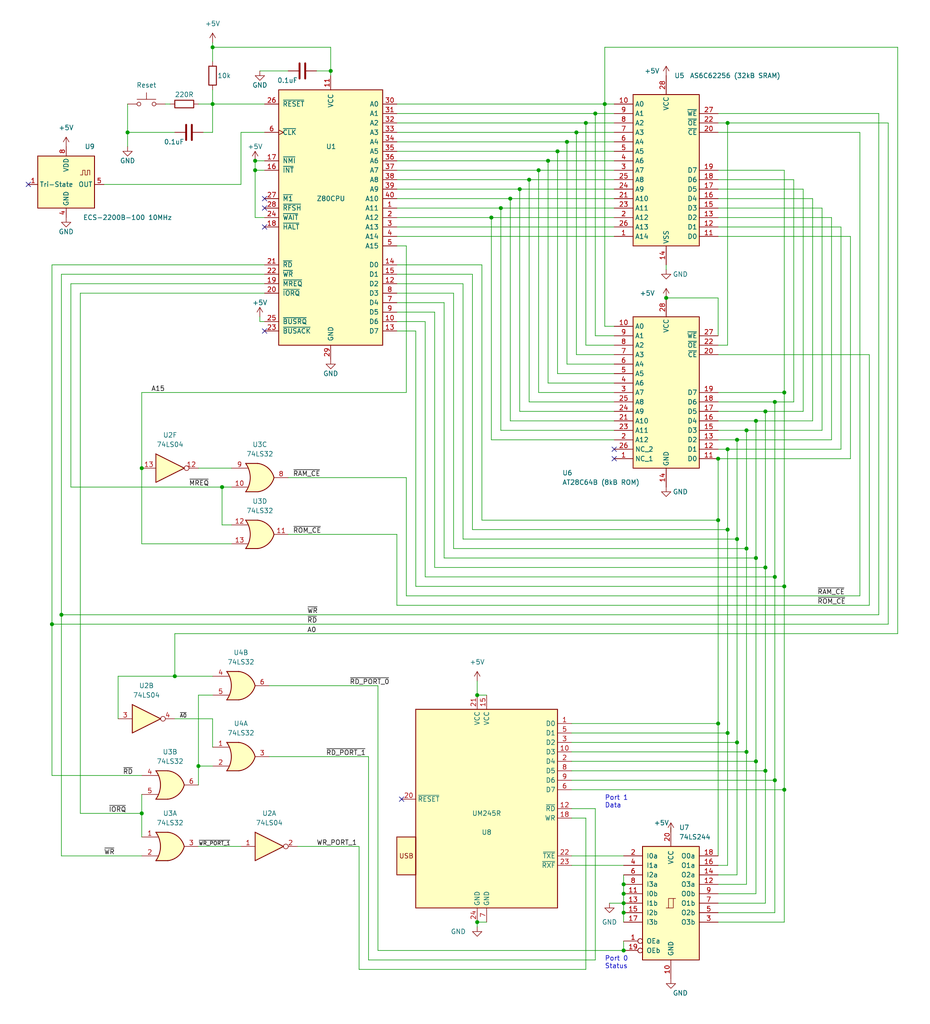
<source format=kicad_sch>
(kicad_sch (version 20230121) (generator eeschema)
  (paper "User" 250.012 275.006)
  (lib_symbols
    (symbol "+5V_1" (power) (pin_numbers hide) (pin_names (offset 0) hide)
      (property "Value" "+5V_1" (at 0 3.556 0))
      (symbol "+5V_1_0_1"
        (polyline (pts (xy -0.762 1.27) (xy 0 2.54)))
        (polyline (pts (xy 0 0) (xy 0 2.54)))
        (polyline (pts (xy 0 2.54) (xy 0.762 1.27)))
      )
      (symbol "+5V_1_1_1"
        (pin power_in line (at 0 0 90) (length 0) hide (name "+5V") (number "1"))
      )
    )
    (symbol "74xx:74LS04"
      (property "Reference" "U" (at 0 1.27 0))
      (property "Value" "74LS04" (at 0 -1.27 0))
      (symbol "74LS04_1_0"
        (polyline (pts (xy -3.81 3.81) (xy -3.81 -3.81) (xy 3.81 0) (xy -3.81 3.81)) (stroke (width 0.254)) (fill (type background)))
        (pin input line (at -7.62 0 0) (length 3.81) (name "~") (number "1"))
        (pin output inverted (at 7.62 0 180) (length 3.81) (name "~") (number "2"))
      )
      (symbol "74LS04_2_0"
        (polyline (pts (xy -3.81 3.81) (xy -3.81 -3.81) (xy 3.81 0) (xy -3.81 3.81)) (stroke (width 0.254)) (fill (type background)))
        (pin input line (at -7.62 0 0) (length 3.81) (name "~") (number "3"))
        (pin output inverted (at 7.62 0 180) (length 3.81) (name "~") (number "4"))
      )
      (symbol "74LS04_3_0"
        (polyline (pts (xy -3.81 3.81) (xy -3.81 -3.81) (xy 3.81 0) (xy -3.81 3.81)) (stroke (width 0.254)) (fill (type background)))
        (pin input line (at -7.62 0 0) (length 3.81) (name "~") (number "5"))
        (pin output inverted (at 7.62 0 180) (length 3.81) (name "~") (number "6"))
      )
      (symbol "74LS04_4_0"
        (polyline (pts (xy -3.81 3.81) (xy -3.81 -3.81) (xy 3.81 0) (xy -3.81 3.81)) (stroke (width 0.254)) (fill (type background)))
        (pin output inverted (at 7.62 0 180) (length 3.81) (name "~") (number "8"))
        (pin input line (at -7.62 0 0) (length 3.81) (name "~") (number "9"))
      )
      (symbol "74LS04_5_0"
        (polyline (pts (xy -3.81 3.81) (xy -3.81 -3.81) (xy 3.81 0) (xy -3.81 3.81)) (stroke (width 0.254)) (fill (type background)))
        (pin output inverted (at 7.62 0 180) (length 3.81) (name "~") (number "10"))
        (pin input line (at -7.62 0 0) (length 3.81) (name "~") (number "11"))
      )
      (symbol "74LS04_6_0"
        (polyline (pts (xy -3.81 3.81) (xy -3.81 -3.81) (xy 3.81 0) (xy -3.81 3.81)) (stroke (width 0.254)) (fill (type background)))
        (pin output inverted (at 7.62 0 180) (length 3.81) (name "~") (number "12"))
        (pin input line (at -7.62 0 0) (length 3.81) (name "~") (number "13"))
      )
      (symbol "74LS04_7_0"
        (pin power_in line (at 0 12.7 270) (length 5.08) (name "VCC") (number "14"))
        (pin power_in line (at 0 -12.7 90) (length 5.08) (name "GND") (number "7"))
      )
      (symbol "74LS04_7_1"
        (rectangle (start -5.08 7.62) (end 5.08 -7.62) (stroke (width 0.254)) (fill (type background)))
      )
    )
    (symbol "74xx:74LS244" (pin_names (offset 1.016))
      (property "Reference" "U" (at -7.62 16.51 0))
      (property "Value" "74LS244" (at -7.62 -16.51 0))
      (symbol "74LS244_1_0"
        (polyline (pts (xy -0.635 -1.27) (xy -0.635 1.27) (xy 0.635 1.27)))
        (polyline (pts (xy -1.27 -1.27) (xy 0.635 -1.27) (xy 0.635 1.27) (xy 1.27 1.27)))
        (pin input inverted (at -12.7 -10.16 0) (length 5.08) (name "OEa") (number "1"))
        (pin power_in line (at 0 -20.32 90) (length 5.08) (name "GND") (number "10"))
        (pin input line (at -12.7 2.54 0) (length 5.08) (name "I0b") (number "11"))
        (pin tri_state line (at 12.7 5.08 180) (length 5.08) (name "O3a") (number "12"))
        (pin input line (at -12.7 0 0) (length 5.08) (name "I1b") (number "13"))
        (pin tri_state line (at 12.7 7.62 180) (length 5.08) (name "O2a") (number "14"))
        (pin input line (at -12.7 -2.54 0) (length 5.08) (name "I2b") (number "15"))
        (pin tri_state line (at 12.7 10.16 180) (length 5.08) (name "O1a") (number "16"))
        (pin input line (at -12.7 -5.08 0) (length 5.08) (name "I3b") (number "17"))
        (pin tri_state line (at 12.7 12.7 180) (length 5.08) (name "O0a") (number "18"))
        (pin input inverted (at -12.7 -12.7 0) (length 5.08) (name "OEb") (number "19"))
        (pin input line (at -12.7 12.7 0) (length 5.08) (name "I0a") (number "2"))
        (pin power_in line (at 0 20.32 270) (length 5.08) (name "VCC") (number "20"))
        (pin tri_state line (at 12.7 -5.08 180) (length 5.08) (name "O3b") (number "3"))
        (pin input line (at -12.7 10.16 0) (length 5.08) (name "I1a") (number "4"))
        (pin tri_state line (at 12.7 -2.54 180) (length 5.08) (name "O2b") (number "5"))
        (pin input line (at -12.7 7.62 0) (length 5.08) (name "I2a") (number "6"))
        (pin tri_state line (at 12.7 0 180) (length 5.08) (name "O1b") (number "7"))
        (pin input line (at -12.7 5.08 0) (length 5.08) (name "I3a") (number "8"))
        (pin tri_state line (at 12.7 2.54 180) (length 5.08) (name "O0b") (number "9"))
      )
      (symbol "74LS244_1_1"
        (rectangle (start -7.62 15.24) (end 7.62 -15.24) (stroke (width 0.254)) (fill (type background)))
      )
    )
    (symbol "74xx:74LS32" (pin_names (offset 1.016))
      (property "Reference" "U" (at 0 1.27 0))
      (property "Value" "74LS32" (at 0 -1.27 0))
      (symbol "74LS32_1_1"
        (arc (start -3.81 -3.81) (mid -2.589 0) (end -3.81 3.81) (stroke (width 0.254)))
        (arc (start -0.6096 -3.81) (mid 2.1842 -2.5851) (end 3.81 0) (stroke (width 0.254)) (fill (type background)))
        (polyline (pts (xy -3.81 -3.81) (xy -0.635 -3.81)) (stroke (width 0.254)) (fill (type background)))
        (polyline (pts (xy -3.81 3.81) (xy -0.635 3.81)) (stroke (width 0.254)) (fill (type background)))
        (polyline (pts (xy -0.635 3.81) (xy -3.81 3.81) (xy -3.81 3.81) (xy -3.556 3.4036) (xy -3.0226 2.2606) (xy -2.6924 1.0414) (xy -2.6162 -0.254) (xy -2.7686 -1.4986) (xy -3.175 -2.7178) (xy -3.81 -3.81) (xy -3.81 -3.81) (xy -0.635 -3.81)) (stroke (width -25.4)) (fill (type background)))
        (arc (start 3.81 0) (mid 2.1915 2.5936) (end -0.6096 3.81) (stroke (width 0.254)) (fill (type background)))
        (pin input line (at -7.62 2.54 0) (length 4.318) (name "~") (number "1"))
        (pin input line (at -7.62 -2.54 0) (length 4.318) (name "~") (number "2"))
        (pin output line (at 7.62 0 180) (length 3.81) (name "~") (number "3"))
      )
      (symbol "74LS32_1_2"
        (arc (start 0 -3.81) (mid 3.7934 0) (end 0 3.81) (stroke (width 0.254)) (fill (type background)))
        (polyline (pts (xy 0 3.81) (xy -3.81 3.81) (xy -3.81 -3.81) (xy 0 -3.81)) (stroke (width 0.254)) (fill (type background)))
        (pin input inverted (at -7.62 2.54 0) (length 3.81) (name "~") (number "1"))
        (pin input inverted (at -7.62 -2.54 0) (length 3.81) (name "~") (number "2"))
        (pin output inverted (at 7.62 0 180) (length 3.81) (name "~") (number "3"))
      )
      (symbol "74LS32_2_1"
        (arc (start -3.81 -3.81) (mid -2.589 0) (end -3.81 3.81) (stroke (width 0.254)))
        (arc (start -0.6096 -3.81) (mid 2.1842 -2.5851) (end 3.81 0) (stroke (width 0.254)) (fill (type background)))
        (polyline (pts (xy -3.81 -3.81) (xy -0.635 -3.81)) (stroke (width 0.254)) (fill (type background)))
        (polyline (pts (xy -3.81 3.81) (xy -0.635 3.81)) (stroke (width 0.254)) (fill (type background)))
        (polyline (pts (xy -0.635 3.81) (xy -3.81 3.81) (xy -3.81 3.81) (xy -3.556 3.4036) (xy -3.0226 2.2606) (xy -2.6924 1.0414) (xy -2.6162 -0.254) (xy -2.7686 -1.4986) (xy -3.175 -2.7178) (xy -3.81 -3.81) (xy -3.81 -3.81) (xy -0.635 -3.81)) (stroke (width -25.4)) (fill (type background)))
        (arc (start 3.81 0) (mid 2.1915 2.5936) (end -0.6096 3.81) (stroke (width 0.254)) (fill (type background)))
        (pin input line (at -7.62 2.54 0) (length 4.318) (name "~") (number "4"))
        (pin input line (at -7.62 -2.54 0) (length 4.318) (name "~") (number "5"))
        (pin output line (at 7.62 0 180) (length 3.81) (name "~") (number "6"))
      )
      (symbol "74LS32_2_2"
        (arc (start 0 -3.81) (mid 3.7934 0) (end 0 3.81) (stroke (width 0.254)) (fill (type background)))
        (polyline (pts (xy 0 3.81) (xy -3.81 3.81) (xy -3.81 -3.81) (xy 0 -3.81)) (stroke (width 0.254)) (fill (type background)))
        (pin input inverted (at -7.62 2.54 0) (length 3.81) (name "~") (number "4"))
        (pin input inverted (at -7.62 -2.54 0) (length 3.81) (name "~") (number "5"))
        (pin output inverted (at 7.62 0 180) (length 3.81) (name "~") (number "6"))
      )
      (symbol "74LS32_3_1"
        (arc (start -3.81 -3.81) (mid -2.589 0) (end -3.81 3.81) (stroke (width 0.254)))
        (arc (start -0.6096 -3.81) (mid 2.1842 -2.5851) (end 3.81 0) (stroke (width 0.254)) (fill (type background)))
        (polyline (pts (xy -3.81 -3.81) (xy -0.635 -3.81)) (stroke (width 0.254)) (fill (type background)))
        (polyline (pts (xy -3.81 3.81) (xy -0.635 3.81)) (stroke (width 0.254)) (fill (type background)))
        (polyline (pts (xy -0.635 3.81) (xy -3.81 3.81) (xy -3.81 3.81) (xy -3.556 3.4036) (xy -3.0226 2.2606) (xy -2.6924 1.0414) (xy -2.6162 -0.254) (xy -2.7686 -1.4986) (xy -3.175 -2.7178) (xy -3.81 -3.81) (xy -3.81 -3.81) (xy -0.635 -3.81)) (stroke (width -25.4)) (fill (type background)))
        (arc (start 3.81 0) (mid 2.1915 2.5936) (end -0.6096 3.81) (stroke (width 0.254)) (fill (type background)))
        (pin input line (at -7.62 -2.54 0) (length 4.318) (name "~") (number "10"))
        (pin output line (at 7.62 0 180) (length 3.81) (name "~") (number "8"))
        (pin input line (at -7.62 2.54 0) (length 4.318) (name "~") (number "9"))
      )
      (symbol "74LS32_3_2"
        (arc (start 0 -3.81) (mid 3.7934 0) (end 0 3.81) (stroke (width 0.254)) (fill (type background)))
        (polyline (pts (xy 0 3.81) (xy -3.81 3.81) (xy -3.81 -3.81) (xy 0 -3.81)) (stroke (width 0.254)) (fill (type background)))
        (pin input inverted (at -7.62 -2.54 0) (length 3.81) (name "~") (number "10"))
        (pin output inverted (at 7.62 0 180) (length 3.81) (name "~") (number "8"))
        (pin input inverted (at -7.62 2.54 0) (length 3.81) (name "~") (number "9"))
      )
      (symbol "74LS32_4_1"
        (arc (start -3.81 -3.81) (mid -2.589 0) (end -3.81 3.81) (stroke (width 0.254)))
        (arc (start -0.6096 -3.81) (mid 2.1842 -2.5851) (end 3.81 0) (stroke (width 0.254)) (fill (type background)))
        (polyline (pts (xy -3.81 -3.81) (xy -0.635 -3.81)) (stroke (width 0.254)) (fill (type background)))
        (polyline (pts (xy -3.81 3.81) (xy -0.635 3.81)) (stroke (width 0.254)) (fill (type background)))
        (polyline (pts (xy -0.635 3.81) (xy -3.81 3.81) (xy -3.81 3.81) (xy -3.556 3.4036) (xy -3.0226 2.2606) (xy -2.6924 1.0414) (xy -2.6162 -0.254) (xy -2.7686 -1.4986) (xy -3.175 -2.7178) (xy -3.81 -3.81) (xy -3.81 -3.81) (xy -0.635 -3.81)) (stroke (width -25.4)) (fill (type background)))
        (arc (start 3.81 0) (mid 2.1915 2.5936) (end -0.6096 3.81) (stroke (width 0.254)) (fill (type background)))
        (pin output line (at 7.62 0 180) (length 3.81) (name "~") (number "11"))
        (pin input line (at -7.62 2.54 0) (length 4.318) (name "~") (number "12"))
        (pin input line (at -7.62 -2.54 0) (length 4.318) (name "~") (number "13"))
      )
      (symbol "74LS32_4_2"
        (arc (start 0 -3.81) (mid 3.7934 0) (end 0 3.81) (stroke (width 0.254)) (fill (type background)))
        (polyline (pts (xy 0 3.81) (xy -3.81 3.81) (xy -3.81 -3.81) (xy 0 -3.81)) (stroke (width 0.254)) (fill (type background)))
        (pin output inverted (at 7.62 0 180) (length 3.81) (name "~") (number "11"))
        (pin input inverted (at -7.62 2.54 0) (length 3.81) (name "~") (number "12"))
        (pin input inverted (at -7.62 -2.54 0) (length 3.81) (name "~") (number "13"))
      )
      (symbol "74LS32_5_0"
        (pin power_in line (at 0 12.7 270) (length 5.08) (name "VCC") (number "14"))
        (pin power_in line (at 0 -12.7 90) (length 5.08) (name "GND") (number "7"))
      )
      (symbol "74LS32_5_1"
        (rectangle (start -5.08 7.62) (end 5.08 -7.62) (stroke (width 0.254)) (fill (type background)))
      )
    )
    (symbol "AS6C62256:AS6C62256-55PCN"
      (property "Reference" "U" (at 19.05 7.62 0))
      (property "Value" "AS6C62256 (32kB SRAM)" (at 19.05 5.08 0))
      (symbol "AS6C62256-55PCN_1_1"
        (rectangle (start 5.08 2.54) (end 22.86 -38.1) (stroke (width 0.254)) (fill (type background)))
        (pin input line (at 0 -35.56 0) (length 5.08) (name "A14") (number "1"))
        (pin input line (at 0 0 0) (length 5.08) (name "A0") (number "10"))
        (pin bidirectional line (at 27.94 -35.56 180) (length 5.08) (name "D0") (number "11"))
        (pin bidirectional line (at 27.94 -33.02 180) (length 5.08) (name "D1") (number "12"))
        (pin bidirectional line (at 27.94 -30.48 180) (length 5.08) (name "D2") (number "13"))
        (pin power_in line (at 13.97 -43.18 90) (length 5.08) (name "VSS") (number "14"))
        (pin bidirectional line (at 27.94 -27.94 180) (length 5.08) (name "D3") (number "15"))
        (pin bidirectional line (at 27.94 -25.4 180) (length 5.08) (name "D4") (number "16"))
        (pin bidirectional line (at 27.94 -22.86 180) (length 5.08) (name "D5") (number "17"))
        (pin bidirectional line (at 27.94 -20.32 180) (length 5.08) (name "D6") (number "18"))
        (pin bidirectional line (at 27.94 -17.78 180) (length 5.08) (name "D7") (number "19"))
        (pin input line (at 0 -30.48 0) (length 5.08) (name "A12") (number "2"))
        (pin input line (at 27.94 -7.62 180) (length 5.08) (name "~{CE}") (number "20"))
        (pin input line (at 0 -25.4 0) (length 5.08) (name "A10") (number "21"))
        (pin input line (at 27.94 -5.08 180) (length 5.08) (name "~{OE}") (number "22"))
        (pin input line (at 0 -27.94 0) (length 5.08) (name "A11") (number "23"))
        (pin input line (at 0 -22.86 0) (length 5.08) (name "A9") (number "24"))
        (pin input line (at 0 -20.32 0) (length 5.08) (name "A8") (number "25"))
        (pin input line (at 0 -33.02 0) (length 5.08) (name "A13") (number "26"))
        (pin input line (at 27.94 -2.54 180) (length 5.08) (name "~{WE}") (number "27"))
        (pin power_in line (at 13.97 7.62 270) (length 5.08) (name "VCC") (number "28"))
        (pin input line (at 0 -17.78 0) (length 5.08) (name "A7") (number "3"))
        (pin input line (at 0 -15.24 0) (length 5.08) (name "A6") (number "4"))
        (pin input line (at 0 -12.7 0) (length 5.08) (name "A5") (number "5"))
        (pin input line (at 0 -10.16 0) (length 5.08) (name "A4") (number "6"))
        (pin input line (at 0 -7.62 0) (length 5.08) (name "A3") (number "7"))
        (pin input line (at 0 -5.08 0) (length 5.08) (name "A2") (number "8"))
        (pin input line (at 0 -2.54 0) (length 5.08) (name "A1") (number "9"))
      )
    )
    (symbol "AT28C64B:AT28C64B-15PU"
      (property "Reference" "U" (at 24.13 7.62 0))
      (property "Value" "AT28C64B (8kB ROM)" (at 24.13 5.08 0))
      (symbol "AT28C64B-15PU_1_1"
        (rectangle (start 5.08 2.54) (end 22.86 -38.1) (stroke (width 0.254)) (fill (type background)))
        (pin passive line (at 0 -35.56 0) (length 5.08) (name "NC_1") (number "1"))
        (pin passive line (at 0 0 0) (length 5.08) (name "A0") (number "10"))
        (pin passive line (at 27.94 -35.56 180) (length 5.08) (name "D0") (number "11"))
        (pin passive line (at 27.94 -33.02 180) (length 5.08) (name "D1") (number "12"))
        (pin passive line (at 27.94 -30.48 180) (length 5.08) (name "D2") (number "13"))
        (pin passive line (at 13.97 -43.18 90) (length 5.08) (name "GND") (number "14"))
        (pin passive line (at 27.94 -27.94 180) (length 5.08) (name "D3") (number "15"))
        (pin passive line (at 27.94 -25.4 180) (length 5.08) (name "D4") (number "16"))
        (pin passive line (at 27.94 -22.86 180) (length 5.08) (name "D5") (number "17"))
        (pin passive line (at 27.94 -20.32 180) (length 5.08) (name "D6") (number "18"))
        (pin passive line (at 27.94 -17.78 180) (length 5.08) (name "D7") (number "19"))
        (pin passive line (at 0 -30.48 0) (length 5.08) (name "A12") (number "2"))
        (pin passive line (at 27.94 -7.62 180) (length 5.08) (name "~{CE}") (number "20"))
        (pin passive line (at 0 -25.4 0) (length 5.08) (name "A10") (number "21"))
        (pin passive line (at 27.94 -5.08 180) (length 5.08) (name "~{OE}") (number "22"))
        (pin passive line (at 0 -27.94 0) (length 5.08) (name "A11") (number "23"))
        (pin passive line (at 0 -22.86 0) (length 5.08) (name "A9") (number "24"))
        (pin passive line (at 0 -20.32 0) (length 5.08) (name "A8") (number "25"))
        (pin passive line (at 0 -33.02 0) (length 5.08) (name "NC_2") (number "26"))
        (pin passive line (at 27.94 -2.54 180) (length 5.08) (name "~{WE}") (number "27"))
        (pin passive line (at 13.97 7.62 270) (length 5.08) (name "VCC") (number "28"))
        (pin passive line (at 0 -17.78 0) (length 5.08) (name "A7") (number "3"))
        (pin passive line (at 0 -15.24 0) (length 5.08) (name "A6") (number "4"))
        (pin passive line (at 0 -12.7 0) (length 5.08) (name "A5") (number "5"))
        (pin passive line (at 0 -10.16 0) (length 5.08) (name "A4") (number "6"))
        (pin passive line (at 0 -7.62 0) (length 5.08) (name "A3") (number "7"))
        (pin passive line (at 0 -5.08 0) (length 5.08) (name "A2") (number "8"))
        (pin passive line (at 0 -2.54 0) (length 5.08) (name "A1") (number "9"))
      )
    )
    (symbol "CPU:Z80CPU" (pin_names (offset 1.016))
      (property "Reference" "U" (at -13.97 35.56 0))
      (property "Value" "Z80CPU" (at 6.35 35.56 0))
      (symbol "Z80CPU_0_1"
        (rectangle (start -13.97 34.29) (end 13.97 -34.29) (stroke (width 0.254)) (fill (type background)))
      )
      (symbol "Z80CPU_1_1"
        (pin output line (at 17.78 2.54 180) (length 3.81) (name "A11") (number "1"))
        (pin bidirectional line (at 17.78 -27.94 180) (length 3.81) (name "D6") (number "10"))
        (pin power_in line (at 0 38.1 270) (length 3.81) (name "VCC") (number "11"))
        (pin bidirectional line (at 17.78 -17.78 180) (length 3.81) (name "D2") (number "12"))
        (pin bidirectional line (at 17.78 -30.48 180) (length 3.81) (name "D7") (number "13"))
        (pin bidirectional line (at 17.78 -12.7 180) (length 3.81) (name "D0") (number "14"))
        (pin bidirectional line (at 17.78 -15.24 180) (length 3.81) (name "D1") (number "15"))
        (pin input line (at -17.78 12.7 0) (length 3.81) (name "~{INT}") (number "16"))
        (pin input line (at -17.78 15.24 0) (length 3.81) (name "~{NMI}") (number "17"))
        (pin output line (at -17.78 -2.54 0) (length 3.81) (name "~{HALT}") (number "18"))
        (pin output line (at -17.78 -17.78 0) (length 3.81) (name "~{MREQ}") (number "19"))
        (pin output line (at 17.78 0 180) (length 3.81) (name "A12") (number "2"))
        (pin output line (at -17.78 -20.32 0) (length 3.81) (name "~{IORQ}") (number "20"))
        (pin output line (at -17.78 -12.7 0) (length 3.81) (name "~{RD}") (number "21"))
        (pin output line (at -17.78 -15.24 0) (length 3.81) (name "~{WR}") (number "22"))
        (pin output line (at -17.78 -30.48 0) (length 3.81) (name "~{BUSACK}") (number "23"))
        (pin input line (at -17.78 0 0) (length 3.81) (name "~{WAIT}") (number "24"))
        (pin input line (at -17.78 -27.94 0) (length 3.81) (name "~{BUSRQ}") (number "25"))
        (pin input line (at -17.78 30.48 0) (length 3.81) (name "~{RESET}") (number "26"))
        (pin output line (at -17.78 5.08 0) (length 3.81) (name "~{M1}") (number "27"))
        (pin output line (at -17.78 2.54 0) (length 3.81) (name "~{RFSH}") (number "28"))
        (pin power_in line (at 0 -38.1 90) (length 3.81) (name "GND") (number "29"))
        (pin output line (at 17.78 -2.54 180) (length 3.81) (name "A13") (number "3"))
        (pin output line (at 17.78 30.48 180) (length 3.81) (name "A0") (number "30"))
        (pin output line (at 17.78 27.94 180) (length 3.81) (name "A1") (number "31"))
        (pin output line (at 17.78 25.4 180) (length 3.81) (name "A2") (number "32"))
        (pin output line (at 17.78 22.86 180) (length 3.81) (name "A3") (number "33"))
        (pin output line (at 17.78 20.32 180) (length 3.81) (name "A4") (number "34"))
        (pin output line (at 17.78 17.78 180) (length 3.81) (name "A5") (number "35"))
        (pin output line (at 17.78 15.24 180) (length 3.81) (name "A6") (number "36"))
        (pin output line (at 17.78 12.7 180) (length 3.81) (name "A7") (number "37"))
        (pin output line (at 17.78 10.16 180) (length 3.81) (name "A8") (number "38"))
        (pin output line (at 17.78 7.62 180) (length 3.81) (name "A9") (number "39"))
        (pin output line (at 17.78 -5.08 180) (length 3.81) (name "A14") (number "4"))
        (pin output line (at 17.78 5.08 180) (length 3.81) (name "A10") (number "40"))
        (pin output line (at 17.78 -7.62 180) (length 3.81) (name "A15") (number "5"))
        (pin input clock (at -17.78 22.86 0) (length 3.81) (name "~{CLK}") (number "6"))
        (pin bidirectional line (at 17.78 -22.86 180) (length 3.81) (name "D4") (number "7"))
        (pin bidirectional line (at 17.78 -20.32 180) (length 3.81) (name "D3") (number "8"))
        (pin bidirectional line (at 17.78 -25.4 180) (length 3.81) (name "D5") (number "9"))
      )
    )
    (symbol "Device:C" (pin_numbers hide) (pin_names (offset 0.254))
      (property "Reference" "C" (at 0.635 2.54 0))
      (property "Value" "C" (at 0.635 -2.54 0))
      (symbol "C_0_1"
        (polyline (pts (xy -2.032 -0.762) (xy 2.032 -0.762)) (stroke (width 0.508)))
        (polyline (pts (xy -2.032 0.762) (xy 2.032 0.762)) (stroke (width 0.508)))
      )
      (symbol "C_1_1"
        (pin passive line (at 0 3.81 270) (length 2.794) (name "~") (number "1"))
        (pin passive line (at 0 -3.81 90) (length 2.794) (name "~") (number "2"))
      )
    )
    (symbol "Device:R" (pin_numbers hide) (pin_names (offset 0))
      (property "Reference" "R" (at 2.032 0 90))
      (property "Value" "R" (at 0 0 90))
      (symbol "R_0_1"
        (rectangle (start -1.016 -2.54) (end 1.016 2.54) (stroke (width 0.254)))
      )
      (symbol "R_1_1"
        (pin passive line (at 0 3.81 270) (length 1.27) (name "~") (number "1"))
        (pin passive line (at 0 -3.81 90) (length 1.27) (name "~") (number "2"))
      )
    )
    (symbol "ECS-2200x-xxx:ECS-2200x-xxx"
      (property "Reference" "U" (at -5.08 10.16 0))
      (property "Value" "ECS-2200x-xxx" (at 1.27 -6.35 0))
      (symbol "ECS-2200x-xxx_0_1"
        (rectangle (start -7.62 8.89) (end 7.62 -5.08) (stroke (width 0.254)) (fill (type background)))
        (polyline (pts (xy 3.81 3.81) (xy 4.445 3.81) (xy 4.445 5.08) (xy 5.08 5.08) (xy 5.08 3.81) (xy 5.715 3.81) (xy 5.715 5.08) (xy 6.35 5.08) (xy 6.35 3.81)))
      )
      (symbol "ECS-2200x-xxx_1_1"
        (pin input line (at -10.16 1.27 0) (length 2.54) (name "Tri-State") (number "1"))
        (pin power_in line (at 0 -7.62 90) (length 2.54) (name "GND") (number "4"))
        (pin output line (at 10.16 1.27 180) (length 2.54) (name "OUT") (number "5"))
        (pin power_in line (at 0 11.43 270) (length 2.54) (name "VDD") (number "8"))
      )
    )
    (symbol "GND_1" (power) (pin_numbers hide) (pin_names (offset 0) hide)
      (property "Value" "GND_1" (at 0 -3.81 0))
      (symbol "GND_1_0_1"
        (polyline (pts (xy 0 0) (xy 0 -1.27) (xy 1.27 -1.27) (xy 0 -2.54) (xy -1.27 -1.27) (xy 0 -1.27)))
      )
      (symbol "GND_1_1_1"
        (pin power_in line (at 0 0 270) (length 0) hide (name "GND") (number "1"))
      )
    )
    (symbol "GND_2" (power) (pin_numbers hide) (pin_names (offset 0) hide)
      (property "Value" "GND_2" (at 0 -3.81 0))
      (symbol "GND_2_0_1"
        (polyline (pts (xy 0 0) (xy 0 -1.27) (xy 1.27 -1.27) (xy 0 -2.54) (xy -1.27 -1.27) (xy 0 -1.27)))
      )
      (symbol "GND_2_1_1"
        (pin power_in line (at 0 0 270) (length 0) hide (name "GND") (number "1"))
      )
    )
    (symbol "GND_3" (power) (pin_numbers hide) (pin_names (offset 0) hide)
      (property "Value" "GND_3" (at 0 -3.81 0))
      (symbol "GND_3_0_1"
        (polyline (pts (xy 0 0) (xy 0 -1.27) (xy 1.27 -1.27) (xy 0 -2.54) (xy -1.27 -1.27) (xy 0 -1.27)))
      )
      (symbol "GND_3_1_1"
        (pin power_in line (at 0 0 270) (length 0) hide (name "GND") (number "1"))
      )
    )
    (symbol "Switch:SW_Push" (pin_numbers hide) (pin_names (offset 1.016) hide)
      (property "Reference" "SW" (at 1.27 2.54 0))
      (property "Value" "SW_Push" (at 0 -1.524 0))
      (symbol "SW_Push_0_1"
        (circle (center -2.032 0) (radius 0.508))
        (polyline (pts (xy 0 1.27) (xy 0 3.048)))
        (polyline (pts (xy 2.54 1.27) (xy -2.54 1.27)))
        (circle (center 2.032 0) (radius 0.508))
        (pin passive line (at -5.08 0 0) (length 2.54) (name "1") (number "1"))
        (pin passive line (at 5.08 0 180) (length 2.54) (name "2") (number "2"))
      )
    )
    (symbol "UM245R:UM245R"
      (property "Reference" "U" (at 0 0 0))
      (symbol "UM245R_0_1"
        (rectangle (start -19.05 27.94) (end 19.05 -25.4) (stroke (width 0.254)) (fill (type background)))
      )
      (symbol "UM245R_1_1"
        (rectangle (start 19.05 -6.35) (end 24.13 -16.51) (stroke (width 0.25)) (fill (type background)))
        (text "USB" (at 21.59 -11.43 0) (effects (font (size 1.27 1.27))))
        (pin bidirectional line (at -22.86 24.13 0) (length 3.81) (name "D0") (number "1"))
        (pin bidirectional line (at -22.86 16.51 0) (length 3.81) (name "D3") (number "10"))
        (pin input line (at -22.86 1.27 0) (length 3.81) (name "~{RD}") (number "12"))
        (pin power_in line (at 0 31.75 270) (length 3.81) (name "VCC") (number "15"))
        (pin input line (at -22.86 -1.27 0) (length 3.81) (name "WR") (number "18"))
        (pin bidirectional line (at -22.86 13.97 0) (length 3.81) (name "D4") (number "2"))
        (pin input line (at 22.86 3.81 180) (length 3.81) (name "~{RESET}") (number "20"))
        (pin power_in line (at 2.54 31.75 270) (length 3.81) (name "VCC") (number "21"))
        (pin output line (at -22.86 -11.43 0) (length 3.81) (name "~{TXE}") (number "22"))
        (pin output line (at -22.86 -13.97 0) (length 3.81) (name "~{RXF}") (number "23"))
        (pin power_in line (at 2.54 -29.21 90) (length 3.81) (name "GND") (number "24"))
        (pin bidirectional line (at -22.86 19.05 0) (length 3.81) (name "D2") (number "3"))
        (pin bidirectional line (at -22.86 21.59 0) (length 3.81) (name "D1") (number "5"))
        (pin bidirectional line (at -22.86 6.35 0) (length 3.81) (name "D7") (number "6"))
        (pin power_in line (at 0 -29.21 90) (length 3.81) (name "GND") (number "7"))
        (pin bidirectional line (at -22.86 11.43 0) (length 3.81) (name "D5") (number "8"))
        (pin bidirectional line (at -22.86 8.89 0) (length 3.81) (name "D6") (number "9"))
      )
    )
    (symbol "power:+5V" (power) (pin_numbers hide) (pin_names (offset 0) hide)
      (property "Value" "+5V" (at 0 3.556 0))
      (symbol "+5V_0_1"
        (polyline (pts (xy -0.762 1.27) (xy 0 2.54)))
        (polyline (pts (xy 0 0) (xy 0 2.54)))
        (polyline (pts (xy 0 2.54) (xy 0.762 1.27)))
      )
      (symbol "+5V_1_1"
        (pin power_in line (at 0 0 90) (length 0) hide (name "+5V") (number "1"))
      )
    )
    (symbol "power:GND" (power) (pin_numbers hide) (pin_names (offset 0) hide)
      (property "Value" "GND" (at 0 -3.81 0))
      (symbol "GND_0_1"
        (polyline (pts (xy 0 0) (xy 0 -1.27) (xy 1.27 -1.27) (xy 0 -2.54) (xy -1.27 -1.27) (xy 0 -1.27)))
      )
      (symbol "GND_1_1"
        (pin power_in line (at 0 0 270) (length 0) hide (name "GND") (number "1"))
      )
    )
  )
  (junction (at 200.66 147.32))
  (junction (at 193.04 139.7))
  (junction (at 200.66 115.57))
  (junction (at 53.34 205.74))
  (junction (at 57.15 27.94))
  (junction (at 167.64 255.27))
  (junction (at 142.24 48.26))
  (junction (at 68.58 45.72))
  (junction (at 57.15 12.7))
  (junction (at 205.74 110.49))
  (junction (at 167.64 240.03))
  (junction (at 210.82 212.09))
  (junction (at 193.04 123.19))
  (junction (at 38.1 218.44))
  (junction (at 198.12 118.11))
  (junction (at 144.78 45.72))
  (junction (at 162.56 27.94))
  (junction (at 210.82 105.41))
  (junction (at 208.28 209.55))
  (junction (at 128.27 247.65))
  (junction (at 195.58 196.85))
  (junction (at 195.58 120.65))
  (junction (at 132.08 58.42))
  (junction (at 203.2 113.03))
  (junction (at 154.94 35.56))
  (junction (at 210.82 157.48))
  (junction (at 88.9 19.05))
  (junction (at 68.58 43.18))
  (junction (at 59.69 130.81))
  (junction (at 167.64 245.11))
  (junction (at 149.86 40.64))
  (junction (at 167.64 237.49))
  (junction (at 134.62 55.88))
  (junction (at 205.74 207.01))
  (junction (at 208.28 107.95))
  (junction (at 147.32 43.18))
  (junction (at 195.58 33.02))
  (junction (at 198.12 199.39))
  (junction (at 38.1 125.73))
  (junction (at 152.4 38.1))
  (junction (at 200.66 201.93))
  (junction (at 208.28 154.94))
  (junction (at 167.64 242.57))
  (junction (at 203.2 149.86))
  (junction (at 13.97 167.64))
  (junction (at 160.02 30.48))
  (junction (at 128.27 186.69))
  (junction (at 193.04 194.31))
  (junction (at 179.07 80.01))
  (junction (at 205.74 152.4))
  (junction (at 137.16 53.34))
  (junction (at 46.99 181.61))
  (junction (at 157.48 33.02))
  (junction (at 195.58 142.24))
  (junction (at 198.12 144.78))
  (junction (at 139.7 50.8))
  (junction (at 16.51 165.1))
  (junction (at 203.2 204.47))
  (junction (at 34.29 35.56))
  (no_connect (at 71.12 53.34))
  (no_connect (at 7.62 49.53))
  (no_connect (at 71.12 55.88))
  (no_connect (at 71.12 88.9))
  (no_connect (at 107.95 214.63))
  (no_connect (at 165.1 120.65))
  (no_connect (at 71.12 60.96))
  (no_connect (at 165.1 123.19))
  (wire (pts (xy 193.04 240.03) (xy 203.2 240.03)))
  (wire (pts (xy 72.39 203.2) (xy 99.06 203.2)))
  (wire (pts (xy 19.05 76.2) (xy 19.05 130.81)))
  (wire (pts (xy 200.66 147.32) (xy 200.66 201.93)))
  (wire (pts (xy 106.68 30.48) (xy 160.02 30.48)))
  (wire (pts (xy 193.04 107.95) (xy 208.28 107.95)))
  (wire (pts (xy 127 142.24) (xy 195.58 142.24)))
  (wire (pts (xy 193.04 95.25) (xy 233.68 95.25)))
  (wire (pts (xy 34.29 27.94) (xy 34.29 35.56)))
  (wire (pts (xy 153.67 194.31) (xy 193.04 194.31)))
  (wire (pts (xy 193.04 123.19) (xy 193.04 139.7)))
  (wire (pts (xy 193.04 63.5) (xy 228.6 63.5)))
  (wire (pts (xy 109.22 128.27) (xy 109.22 160.02)))
  (wire (pts (xy 167.64 232.41) (xy 153.67 232.41)))
  (wire (pts (xy 109.22 66.04) (xy 109.22 105.41)))
  (wire (pts (xy 210.82 157.48) (xy 210.82 105.41)))
  (wire (pts (xy 129.54 139.7) (xy 193.04 139.7)))
  (wire (pts (xy 193.04 30.48) (xy 236.22 30.48)))
  (wire (pts (xy 106.68 81.28) (xy 119.38 81.28)))
  (wire (pts (xy 16.51 165.1) (xy 236.22 165.1)))
  (wire (pts (xy 167.64 252.73) (xy 167.64 255.27)))
  (wire (pts (xy 13.97 71.12) (xy 13.97 167.64)))
  (wire (pts (xy 72.39 184.15) (xy 101.6 184.15)))
  (wire (pts (xy 203.2 113.03) (xy 218.44 113.03)))
  (wire (pts (xy 38.1 218.44) (xy 38.1 224.79)))
  (wire (pts (xy 106.68 76.2) (xy 124.46 76.2)))
  (wire (pts (xy 200.66 115.57) (xy 200.66 147.32)))
  (wire (pts (xy 119.38 81.28) (xy 119.38 149.86)))
  (wire (pts (xy 16.51 73.66) (xy 16.51 165.1)))
  (wire (pts (xy 121.92 78.74) (xy 121.92 147.32)))
  (wire (pts (xy 193.04 232.41) (xy 195.58 232.41)))
  (wire (pts (xy 21.59 218.44) (xy 38.1 218.44)))
  (wire (pts (xy 99.06 257.81) (xy 160.02 257.81)))
  (wire (pts (xy 96.52 227.33) (xy 96.52 260.35)))
  (wire (pts (xy 106.68 45.72) (xy 144.78 45.72)))
  (wire (pts (xy 223.52 118.11) (xy 198.12 118.11)))
  (wire (pts (xy 106.68 43.18) (xy 147.32 43.18)))
  (wire (pts (xy 101.6 184.15) (xy 101.6 255.27)))
  (wire (pts (xy 167.64 245.11) (xy 167.64 247.65)))
  (wire (pts (xy 13.97 167.64) (xy 238.76 167.64)))
  (wire (pts (xy 124.46 144.78) (xy 198.12 144.78)))
  (wire (pts (xy 106.68 60.96) (xy 165.1 60.96)))
  (wire (pts (xy 147.32 102.87) (xy 165.1 102.87)))
  (wire (pts (xy 57.15 11.43) (xy 57.15 12.7)))
  (wire (pts (xy 69.85 19.05) (xy 77.47 19.05)))
  (wire (pts (xy 106.68 53.34) (xy 137.16 53.34)))
  (wire (pts (xy 116.84 152.4) (xy 205.74 152.4)))
  (wire (pts (xy 59.69 130.81) (xy 59.69 140.97)))
  (wire (pts (xy 203.2 149.86) (xy 203.2 204.47)))
  (wire (pts (xy 64.77 49.53) (xy 64.77 35.56)))
  (wire (pts (xy 205.74 152.4) (xy 205.74 207.01)))
  (wire (pts (xy 21.59 78.74) (xy 21.59 218.44)))
  (wire (pts (xy 198.12 199.39) (xy 198.12 234.95)))
  (wire (pts (xy 193.04 115.57) (xy 200.66 115.57)))
  (wire (pts (xy 114.3 154.94) (xy 208.28 154.94)))
  (wire (pts (xy 193.04 92.71) (xy 195.58 92.71)))
  (wire (pts (xy 236.22 165.1) (xy 236.22 30.48)))
  (wire (pts (xy 167.64 242.57) (xy 167.64 245.11)))
  (wire (pts (xy 165.1 92.71) (xy 157.48 92.71)))
  (wire (pts (xy 162.56 27.94) (xy 165.1 27.94)))
  (wire (pts (xy 160.02 90.17) (xy 165.1 90.17)))
  (wire (pts (xy 71.12 78.74) (xy 21.59 78.74)))
  (wire (pts (xy 137.16 113.03) (xy 165.1 113.03)))
  (wire (pts (xy 165.1 53.34) (xy 137.16 53.34)))
  (wire (pts (xy 193.04 247.65) (xy 210.82 247.65)))
  (wire (pts (xy 96.52 260.35) (xy 157.48 260.35)))
  (wire (pts (xy 38.1 105.41) (xy 38.1 125.73)))
  (wire (pts (xy 106.68 162.56) (xy 233.68 162.56)))
  (wire (pts (xy 128.27 186.69) (xy 130.81 186.69)))
  (wire (pts (xy 106.68 50.8) (xy 139.7 50.8)))
  (wire (pts (xy 71.12 73.66) (xy 16.51 73.66)))
  (wire (pts (xy 205.74 207.01) (xy 205.74 242.57)))
  (wire (pts (xy 57.15 27.94) (xy 71.12 27.94)))
  (wire (pts (xy 208.28 107.95) (xy 208.28 154.94)))
  (wire (pts (xy 193.04 105.41) (xy 210.82 105.41)))
  (wire (pts (xy 195.58 33.02) (xy 195.58 92.71)))
  (wire (pts (xy 193.04 48.26) (xy 213.36 48.26)))
  (wire (pts (xy 77.47 143.51) (xy 106.68 143.51)))
  (wire (pts (xy 57.15 24.13) (xy 57.15 27.94)))
  (wire (pts (xy 106.68 78.74) (xy 121.92 78.74)))
  (wire (pts (xy 241.3 170.18) (xy 46.99 170.18)))
  (wire (pts (xy 179.07 72.39) (xy 179.07 71.12)))
  (wire (pts (xy 34.29 35.56) (xy 46.99 35.56)))
  (wire (pts (xy 53.34 27.94) (xy 57.15 27.94)))
  (wire (pts (xy 57.15 186.69) (xy 53.34 186.69)))
  (wire (pts (xy 208.28 107.95) (xy 213.36 107.95)))
  (wire (pts (xy 124.46 76.2) (xy 124.46 144.78)))
  (wire (pts (xy 153.67 207.01) (xy 205.74 207.01)))
  (wire (pts (xy 193.04 58.42) (xy 223.52 58.42)))
  (wire (pts (xy 193.04 35.56) (xy 231.14 35.56)))
  (wire (pts (xy 106.68 143.51) (xy 106.68 162.56)))
  (wire (pts (xy 106.68 40.64) (xy 149.86 40.64)))
  (wire (pts (xy 152.4 38.1) (xy 152.4 97.79)))
  (wire (pts (xy 134.62 115.57) (xy 134.62 55.88)))
  (wire (pts (xy 226.06 120.65) (xy 226.06 60.96)))
  (wire (pts (xy 116.84 83.82) (xy 116.84 152.4)))
  (wire (pts (xy 106.68 33.02) (xy 157.48 33.02)))
  (wire (pts (xy 68.58 45.72) (xy 68.58 43.18)))
  (wire (pts (xy 109.22 105.41) (xy 38.1 105.41)))
  (wire (pts (xy 153.67 209.55) (xy 208.28 209.55)))
  (wire (pts (xy 119.38 149.86) (xy 203.2 149.86)))
  (wire (pts (xy 163.83 242.57) (xy 167.64 242.57)))
  (wire (pts (xy 203.2 204.47) (xy 203.2 240.03)))
  (wire (pts (xy 106.68 58.42) (xy 132.08 58.42)))
  (wire (pts (xy 121.92 147.32) (xy 200.66 147.32)))
  (wire (pts (xy 165.1 95.25) (xy 154.94 95.25)))
  (wire (pts (xy 31.75 181.61) (xy 31.75 193.04)))
  (wire (pts (xy 106.68 66.04) (xy 109.22 66.04)))
  (wire (pts (xy 153.67 204.47) (xy 203.2 204.47)))
  (wire (pts (xy 13.97 167.64) (xy 13.97 208.28)))
  (wire (pts (xy 68.58 43.18) (xy 71.12 43.18)))
  (wire (pts (xy 111.76 88.9) (xy 106.68 88.9)))
  (wire (pts (xy 71.12 71.12) (xy 13.97 71.12)))
  (wire (pts (xy 157.48 260.35) (xy 157.48 219.71)))
  (wire (pts (xy 193.04 90.17) (xy 193.04 80.01)))
  (wire (pts (xy 193.04 120.65) (xy 195.58 120.65)))
  (wire (pts (xy 128.27 182.88) (xy 128.27 186.69)))
  (wire (pts (xy 57.15 12.7) (xy 57.15 16.51)))
  (wire (pts (xy 152.4 97.79) (xy 165.1 97.79)))
  (wire (pts (xy 233.68 162.56) (xy 233.68 95.25)))
  (wire (pts (xy 53.34 125.73) (xy 62.23 125.73)))
  (wire (pts (xy 144.78 45.72) (xy 144.78 105.41)))
  (wire (pts (xy 129.54 71.12) (xy 129.54 139.7)))
  (wire (pts (xy 53.34 205.74) (xy 57.15 205.74)))
  (wire (pts (xy 165.1 50.8) (xy 139.7 50.8)))
  (wire (pts (xy 62.23 130.81) (xy 59.69 130.81)))
  (wire (pts (xy 198.12 118.11) (xy 193.04 118.11)))
  (wire (pts (xy 193.04 139.7) (xy 193.04 194.31)))
  (wire (pts (xy 203.2 113.03) (xy 203.2 149.86)))
  (wire (pts (xy 127 73.66) (xy 127 142.24)))
  (wire (pts (xy 193.04 242.57) (xy 205.74 242.57)))
  (wire (pts (xy 193.04 55.88) (xy 220.98 55.88)))
  (wire (pts (xy 165.1 115.57) (xy 134.62 115.57)))
  (wire (pts (xy 162.56 12.7) (xy 241.3 12.7)))
  (wire (pts (xy 106.68 73.66) (xy 127 73.66)))
  (wire (pts (xy 154.94 35.56) (xy 165.1 35.56)))
  (wire (pts (xy 68.58 45.72) (xy 71.12 45.72)))
  (wire (pts (xy 153.67 217.17) (xy 160.02 217.17)))
  (wire (pts (xy 153.67 201.93) (xy 200.66 201.93)))
  (wire (pts (xy 139.7 110.49) (xy 165.1 110.49)))
  (wire (pts (xy 68.58 58.42) (xy 68.58 45.72)))
  (wire (pts (xy 46.99 193.04) (xy 57.15 193.04)))
  (wire (pts (xy 165.1 87.63) (xy 162.56 87.63)))
  (wire (pts (xy 198.12 118.11) (xy 198.12 144.78)))
  (wire (pts (xy 139.7 50.8) (xy 139.7 110.49)))
  (wire (pts (xy 153.67 199.39) (xy 198.12 199.39)))
  (wire (pts (xy 46.99 181.61) (xy 57.15 181.61)))
  (wire (pts (xy 195.58 142.24) (xy 195.58 196.85)))
  (wire (pts (xy 180.34 223.52) (xy 180.34 222.25)))
  (wire (pts (xy 195.58 196.85) (xy 195.58 232.41)))
  (wire (pts (xy 132.08 58.42) (xy 132.08 118.11)))
  (wire (pts (xy 153.67 219.71) (xy 157.48 219.71)))
  (wire (pts (xy 208.28 154.94) (xy 208.28 209.55)))
  (wire (pts (xy 208.28 209.55) (xy 208.28 245.11)))
  (wire (pts (xy 218.44 113.03) (xy 218.44 53.34)))
  (wire (pts (xy 71.12 58.42) (xy 68.58 58.42)))
  (wire (pts (xy 27.94 49.53) (xy 64.77 49.53)))
  (wire (pts (xy 200.66 115.57) (xy 220.98 115.57)))
  (wire (pts (xy 111.76 157.48) (xy 210.82 157.48)))
  (wire (pts (xy 193.04 110.49) (xy 205.74 110.49)))
  (wire (pts (xy 205.74 110.49) (xy 215.9 110.49)))
  (wire (pts (xy 238.76 167.64) (xy 238.76 33.02)))
  (wire (pts (xy 106.68 27.94) (xy 162.56 27.94)))
  (wire (pts (xy 88.9 19.05) (xy 88.9 20.32)))
  (wire (pts (xy 77.47 128.27) (xy 109.22 128.27)))
  (wire (pts (xy 153.67 212.09) (xy 210.82 212.09)))
  (wire (pts (xy 57.15 12.7) (xy 88.9 12.7)))
  (wire (pts (xy 142.24 107.95) (xy 142.24 48.26)))
  (wire (pts (xy 193.04 50.8) (xy 215.9 50.8)))
  (wire (pts (xy 69.85 86.36) (xy 69.85 85.09)))
  (wire (pts (xy 165.1 45.72) (xy 144.78 45.72)))
  (wire (pts (xy 34.29 39.37) (xy 34.29 35.56)))
  (wire (pts (xy 193.04 123.19) (xy 228.6 123.19)))
  (wire (pts (xy 165.1 107.95) (xy 142.24 107.95)))
  (wire (pts (xy 106.68 83.82) (xy 116.84 83.82)))
  (wire (pts (xy 19.05 130.81) (xy 59.69 130.81)))
  (wire (pts (xy 109.22 160.02) (xy 231.14 160.02)))
  (wire (pts (xy 205.74 110.49) (xy 205.74 152.4)))
  (wire (pts (xy 64.77 35.56) (xy 71.12 35.56)))
  (wire (pts (xy 167.64 240.03) (xy 167.64 242.57)))
  (wire (pts (xy 210.82 247.65) (xy 210.82 212.09)))
  (wire (pts (xy 106.68 38.1) (xy 152.4 38.1)))
  (wire (pts (xy 195.58 120.65) (xy 195.58 142.24)))
  (wire (pts (xy 195.58 120.65) (xy 226.06 120.65)))
  (wire (pts (xy 193.04 53.34) (xy 218.44 53.34)))
  (wire (pts (xy 193.04 33.02) (xy 195.58 33.02)))
  (wire (pts (xy 157.48 33.02) (xy 165.1 33.02)))
  (wire (pts (xy 132.08 118.11) (xy 165.1 118.11)))
  (wire (pts (xy 165.1 30.48) (xy 160.02 30.48)))
  (wire (pts (xy 193.04 113.03) (xy 203.2 113.03)))
  (wire (pts (xy 106.68 71.12) (xy 129.54 71.12)))
  (wire (pts (xy 128.27 247.65) (xy 130.81 247.65)))
  (wire (pts (xy 157.48 92.71) (xy 157.48 33.02)))
  (wire (pts (xy 13.97 208.28) (xy 38.1 208.28)))
  (wire (pts (xy 16.51 165.1) (xy 16.51 229.87)))
  (wire (pts (xy 220.98 115.57) (xy 220.98 55.88)))
  (wire (pts (xy 215.9 50.8) (xy 215.9 110.49)))
  (wire (pts (xy 149.86 100.33) (xy 149.86 40.64)))
  (wire (pts (xy 200.66 201.93) (xy 200.66 237.49)))
  (wire (pts (xy 46.99 170.18) (xy 46.99 181.61)))
  (wire (pts (xy 99.06 203.2) (xy 99.06 257.81)))
  (wire (pts (xy 165.1 100.33) (xy 149.86 100.33)))
  (wire (pts (xy 162.56 27.94) (xy 162.56 12.7)))
  (wire (pts (xy 153.67 196.85) (xy 195.58 196.85)))
  (wire (pts (xy 38.1 146.05) (xy 62.23 146.05)))
  (wire (pts (xy 193.04 60.96) (xy 226.06 60.96)))
  (wire (pts (xy 71.12 86.36) (xy 69.85 86.36)))
  (wire (pts (xy 198.12 144.78) (xy 198.12 199.39)))
  (wire (pts (xy 38.1 125.73) (xy 38.1 146.05)))
  (wire (pts (xy 154.94 95.25) (xy 154.94 35.56)))
  (wire (pts (xy 106.68 63.5) (xy 165.1 63.5)))
  (wire (pts (xy 144.78 105.41) (xy 165.1 105.41)))
  (wire (pts (xy 193.04 45.72) (xy 210.82 45.72)))
  (wire (pts (xy 193.04 237.49) (xy 200.66 237.49)))
  (wire (pts (xy 16.51 229.87) (xy 38.1 229.87)))
  (wire (pts (xy 193.04 245.11) (xy 208.28 245.11)))
  (wire (pts (xy 38.1 213.36) (xy 38.1 218.44)))
  (wire (pts (xy 160.02 30.48) (xy 160.02 90.17)))
  (wire (pts (xy 85.09 19.05) (xy 88.9 19.05)))
  (wire (pts (xy 106.68 48.26) (xy 142.24 48.26)))
  (wire (pts (xy 44.45 27.94) (xy 45.72 27.94)))
  (wire (pts (xy 80.01 227.33) (xy 96.52 227.33)))
  (wire (pts (xy 114.3 86.36) (xy 114.3 154.94)))
  (wire (pts (xy 53.34 205.74) (xy 53.34 210.82)))
  (wire (pts (xy 228.6 63.5) (xy 228.6 123.19)))
  (wire (pts (xy 62.23 140.97) (xy 59.69 140.97)))
  (wire (pts (xy 57.15 200.66) (xy 57.15 193.04)))
  (wire (pts (xy 88.9 12.7) (xy 88.9 19.05)))
  (wire (pts (xy 213.36 107.95) (xy 213.36 48.26)))
  (wire (pts (xy 101.6 255.27) (xy 167.64 255.27)))
  (wire (pts (xy 106.68 35.56) (xy 154.94 35.56)))
  (wire (pts (xy 106.68 86.36) (xy 114.3 86.36)))
  (wire (pts (xy 128.27 248.92) (xy 128.27 247.65)))
  (wire (pts (xy 193.04 234.95) (xy 198.12 234.95)))
  (wire (pts (xy 210.82 45.72) (xy 210.82 105.41)))
  (wire (pts (xy 149.86 40.64) (xy 165.1 40.64)))
  (wire (pts (xy 165.1 38.1) (xy 152.4 38.1)))
  (wire (pts (xy 134.62 55.88) (xy 165.1 55.88)))
  (wire (pts (xy 193.04 194.31) (xy 193.04 229.87)))
  (wire (pts (xy 195.58 33.02) (xy 238.76 33.02)))
  (wire (pts (xy 162.56 87.63) (xy 162.56 27.94)))
  (wire (pts (xy 165.1 43.18) (xy 147.32 43.18)))
  (wire (pts (xy 165.1 58.42) (xy 132.08 58.42)))
  (wire (pts (xy 179.07 80.01) (xy 193.04 80.01)))
  (wire (pts (xy 147.32 43.18) (xy 147.32 102.87)))
  (wire (pts (xy 210.82 157.48) (xy 210.82 212.09)))
  (wire (pts (xy 167.64 237.49) (xy 167.64 240.03)))
  (wire (pts (xy 53.34 186.69) (xy 53.34 205.74)))
  (wire (pts (xy 142.24 48.26) (xy 165.1 48.26)))
  (wire (pts (xy 231.14 35.56) (xy 231.14 160.02)))
  (wire (pts (xy 57.15 35.56) (xy 57.15 27.94)))
  (wire (pts (xy 111.76 88.9) (xy 111.76 157.48)))
  (wire (pts (xy 241.3 12.7) (xy 241.3 170.18)))
  (wire (pts (xy 160.02 257.81) (xy 160.02 217.17)))
  (wire (pts (xy 167.64 234.95) (xy 167.64 237.49)))
  (wire (pts (xy 137.16 53.34) (xy 137.16 113.03)))
  (wire (pts (xy 54.61 35.56) (xy 57.15 35.56)))
  (wire (pts (xy 31.75 181.61) (xy 46.99 181.61)))
  (wire (pts (xy 71.12 76.2) (xy 19.05 76.2)))
  (wire (pts (xy 223.52 58.42) (xy 223.52 118.11)))
  (wire (pts (xy 106.68 55.88) (xy 134.62 55.88)))
  (wire (pts (xy 53.34 227.33) (xy 64.77 227.33)))
  (wire (pts (xy 167.64 229.87) (xy 153.67 229.87)))
  (text "Port 1\nData\n" (at 162.56 217.17 0) (effects (font (size 1.27 1.27)) (justify left bottom)))
  (text "Port 0\nStatus\n" (at 162.56 260.35 0) (effects (font (size 1.27 1.27)) (justify left bottom)))
  (label "~{RD}" (at 82.55 167.64 0))
  (label "~{ROM_CE}" (at 78.74 143.51 0))
  (label "~{WR}" (at 27.94 229.87 0))
  (label "~{RAM_CE}" (at 219.71 160.02 0))
  (label "~{RD_PORT_0}" (at 93.98 184.15 0))
  (label "A0" (at 82.55 170.18 0))
  (label "~{RD_PORT_1}" (at 87.63 203.2 0))
  (label "~{ROM_CE}" (at 219.71 162.56 0))
  (label "~{IORQ}" (at 29.21 218.44 0))
  (label "~{RAM_CE}" (at 78.74 128.27 0))
  (label "~{WR}" (at 82.55 165.1 0))
  (label "A15" (at 40.64 105.41 0))
  (label "~{WR_PORT_1}" (at 53.34 227.33 0) (effects (font (size 1 1))))
  (label "~{MREQ}" (at 50.8 130.81 0))
  (label "~{A0}" (at 48.26 193.04 0) (effects (font (size 1 1))))
  (label "WR_PORT_1" (at 85.09 227.33 0))
  (label "~{RD}" (at 33.02 208.28 0))
  (symbol (lib_id "Device:R") (at 49.53 27.94 270) (unit 1)
    (property "Reference" "R2" (effects hide))
    (property "Value" "220R" (at 49.53 25.4 90))
  )
  (symbol (lib_name "GND_2") (lib_id "power:GND") (at 180.34 262.89 0) (unit 1)
    (property "Reference" "#PWR02" (effects hide))
    (property "Value" "GND" (at 182.88 266.7 0))
  )
  (symbol (lib_id "CPU:Z80CPU") (at 88.9 58.42 0) (unit 1)
    (property "Reference" "U1" (at 87.63 39.37 0) (effects (justify left)))
    (property "Value" "Z80CPU" (at 85.09 53.34 0) (effects (justify left)))
    (property "Datasheet" "www.zilog.com/manage_directlink.php?filepath=docs/z80/um0080" (effects hide))
  )
  (symbol (lib_id "74xx:74LS32") (at 64.77 203.2 0) (unit 1)
    (property "Reference" "U4" (at 64.77 194.31 0))
    (property "Value" "74LS32" (at 64.77 196.85 0))
    (property "Datasheet" "http://www.ti.com/lit/gpn/sn74LS32" (effects hide))
  )
  (symbol (lib_id "power:GND") (at 69.85 19.05 0) (unit 1)
    (property "Reference" "#PWR0102" (effects hide))
    (property "Value" "GND" (at 69.85 22.86 0))
  )
  (symbol (lib_id "AS6C62256:AS6C62256-55PCN") (at 165.1 27.94 0) (unit 1)
    (property "Reference" "U5" (at 181.2641 20.32 0) (effects (justify left)))
    (property "Value" "AS6C62256 (32kB SRAM)" (at 185.42 20.32 0) (effects (justify left)))
    (property "Footprint" "DIP1587W140P254L3632H381Q28N" (effects hide))
    (property "Datasheet" "https://componentsearchengine.com/Datasheets/1/AS6C62256-55PCN.pdf" (effects hide))
    (property "Height" "3.81" (effects hide))
    (property "Mouser Part Number" "913-AS6C62256-55PCN" (effects hide))
    (property "Mouser Price/Stock" "https://www.mouser.co.uk/ProductDetail/Alliance-Memory/AS6C62256-55PCN?qs=LD2UibpCYJqgbIupMJnGTQ%3D%3D" (effects hide))
    (property "Manufacturer_Name" "Alliance Memory" (effects hide))
    (property "Manufacturer_Part_Number" "AS6C62256-55PCN" (effects hide))
  )
  (symbol (lib_id "74xx:74LS244") (at 180.34 242.57 0) (unit 1)
    (property "Reference" "U7" (at 182.5341 222.25 0) (effects (justify left)))
    (property "Value" "74LS244" (at 182.5341 224.79 0) (effects (justify left)))
    (property "Datasheet" "http://www.ti.com/lit/ds/symlink/sn74ls244.pdf" (effects hide))
  )
  (symbol (lib_id "Device:C") (at 81.28 19.05 270) (unit 1)
    (property "Reference" "C3" (effects hide))
    (property "Value" "0.1uF" (at 80.01 21.59 90) (effects (justify right)))
  )
  (symbol (lib_id "power:+5V") (at 179.07 80.01 0) (unit 1)
    (property "Reference" "#PWR06" (effects hide))
    (property "Value" "+5V" (at 173.99 78.74 0))
  )
  (symbol (lib_id "power:+5V") (at 68.58 43.18 0) (unit 1)
    (property "Reference" "#PWR05" (effects hide))
    (property "Value" "+5V" (at 68.58 39.37 0))
  )
  (symbol (lib_id "UM245R:UM245R") (at 130.81 218.44 0) (mirror y) (unit 1)
    (property "Reference" "U8" (at 130.81 223.52 0))
    (property "Value" "UM245R" (at 130.81 218.44 0))
  )
  (symbol (lib_id "74xx:74LS32") (at 69.85 143.51 0) (unit 4)
    (property "Reference" "U3" (at 69.85 134.62 0))
    (property "Value" "74LS32" (at 69.85 137.16 0))
    (property "Datasheet" "http://www.ti.com/lit/gpn/sn74LS32" (effects hide))
  )
  (symbol (lib_id "ECS-2200x-xxx:ECS-2200x-xxx") (at 17.78 50.8 0) (unit 1)
    (property "Reference" "U9" (at 24.13 39.37 0))
    (property "Value" "ECS-2200B-100 10MHz" (at 34.29 58.42 0))
    (property "Footprint" "Oscillator:Oscillator_8DIP_ECS_2200x-xxx-4Pin_13.2x13.2mm" (effects hide))
    (property "Datasheet" "https://www.mouser.co.uk/datasheet/2/122/ecs_2200-1284324.pdf" (effects hide))
  )
  (symbol (lib_id "Device:R") (at 57.15 20.32 0) (unit 1)
    (property "Reference" "R1" (effects hide))
    (property "Value" "10k" (at 58.42 20.32 0) (effects (justify left)))
  )
  (symbol (lib_id "power:+5V") (at 69.85 85.09 0) (unit 1)
    (property "Reference" "#PWR0105" (effects hide))
    (property "Value" "+5V" (at 69.85 81.28 0))
  )
  (symbol (lib_name "GND_3") (lib_id "power:GND") (at 163.83 242.57 0) (unit 1)
    (property "Reference" "#PWR01" (effects hide))
    (property "Value" "GND" (at 163.83 247.65 0))
  )
  (symbol (lib_id "74xx:74LS32") (at 69.85 128.27 0) (unit 3)
    (property "Reference" "U3" (at 69.85 119.38 0))
    (property "Value" "74LS32" (at 69.85 121.92 0))
    (property "Datasheet" "http://www.ti.com/lit/gpn/sn74LS32" (effects hide))
  )
  (symbol (lib_id "power:GND") (at 34.29 39.37 0) (unit 1)
    (property "Reference" "#PWR0101" (effects hide))
    (property "Value" "GND" (at 34.29 43.18 0))
  )
  (symbol (lib_id "power:+5V") (at 179.07 20.32 0) (unit 1)
    (property "Reference" "#PWR0104" (effects hide))
    (property "Value" "+5V" (at 175.26 19.05 0))
  )
  (symbol (lib_id "power:+5V") (at 180.34 223.52 0) (unit 1)
    (property "Reference" "#PWR04" (effects hide))
    (property "Value" "+5V" (at 177.8 220.98 0))
  )
  (symbol (lib_id "74xx:74LS32") (at 45.72 210.82 0) (unit 2)
    (property "Reference" "U3" (at 45.72 201.93 0))
    (property "Value" "74LS32" (at 45.72 204.47 0))
    (property "Datasheet" "http://www.ti.com/lit/gpn/sn74LS32" (effects hide))
  )
  (symbol (lib_id "power:GND") (at 17.78 58.42 0) (unit 1)
    (property "Reference" "#PWR018" (effects hide))
    (property "Value" "GND" (at 17.78 62.23 0))
  )
  (symbol (lib_id "74xx:74LS32") (at 45.72 227.33 0) (unit 1)
    (property "Reference" "U3" (at 45.72 218.44 0))
    (property "Value" "74LS32" (at 45.72 220.98 0))
    (property "Datasheet" "http://www.ti.com/lit/gpn/sn74LS32" (effects hide))
  )
  (symbol (lib_id "power:+5V") (at 57.15 11.43 0) (unit 1)
    (property "Reference" "#PWR0103" (effects hide))
    (property "Value" "+5V" (at 57.15 6.35 0))
  )
  (symbol (lib_id "74xx:74LS04") (at 39.37 193.04 0) (unit 2)
    (property "Reference" "U2" (at 39.37 184.15 0))
    (property "Value" "74LS04" (at 39.37 186.69 0))
    (property "Datasheet" "http://www.ti.com/lit/gpn/sn74LS04" (effects hide))
  )
  (symbol (lib_name "+5V_1") (lib_id "power:+5V") (at 128.27 182.88 0) (unit 1)
    (property "Reference" "#PWR0107" (effects hide))
    (property "Value" "+5V" (at 128.27 177.8 0))
  )
  (symbol (lib_id "74xx:74LS04") (at 72.39 227.33 0) (unit 1)
    (property "Reference" "U2" (at 72.39 218.44 0))
    (property "Value" "74LS04" (at 72.39 220.98 0))
    (property "Datasheet" "http://www.ti.com/lit/gpn/sn74LS04" (effects hide))
  )
  (symbol (lib_id "power:+5V") (at 17.78 39.37 0) (unit 1)
    (property "Reference" "#PWR017" (effects hide))
    (property "Value" "+5V" (at 17.78 34.29 0))
  )
  (symbol (lib_name "GND_1") (lib_id "power:GND") (at 128.27 248.92 0) (unit 1)
    (property "Reference" "#PWR03" (effects hide))
    (property "Value" "GND" (at 123.19 250.19 0))
  )
  (symbol (lib_name "GND_2") (lib_id "power:GND") (at 179.07 130.81 0) (unit 1)
    (property "Reference" "#PWR08" (effects hide))
    (property "Value" "GND" (at 182.88 132.08 0))
  )
  (symbol (lib_id "AT28C64B:AT28C64B-15PU") (at 165.1 87.63 0) (unit 1)
    (property "Reference" "U6" (at 151.13 127 0) (effects (justify left)))
    (property "Value" "AT28C64B (8kB ROM)" (at 151.13 129.54 0) (effects (justify left)))
    (property "Footprint" "DIP1556W56P254L3702H483Q28N" (effects hide))
    (property "Datasheet" "http://www.atmel.com/images/doc0270.pdf" (effects hide))
    (property "Height" "4.826" (effects hide))
    (property "Mouser Part Number" "556-AT28C64B15PU" (effects hide))
    (property "Mouser Price/Stock" "https://www.mouser.co.uk/ProductDetail/Microchip-Technology/AT28C64B-15PU?qs=2VKgqYuc3OvipbcAuBcLow%3D%3D" (effects hide))
    (property "Manufacturer_Name" "Microchip" (effects hide))
    (property "Manufacturer_Part_Number" "AT28C64B-15PU" (effects hide))
  )
  (symbol (lib_id "Switch:SW_Push") (at 39.37 27.94 0) (unit 1)
    (property "Reference" "SW1" (effects hide))
    (property "Value" "Reset" (at 39.37 22.86 0))
  )
  (symbol (lib_id "74xx:74LS32") (at 64.77 184.15 0) (unit 2)
    (property "Reference" "U4" (at 64.77 175.26 0))
    (property "Value" "74LS32" (at 64.77 177.8 0))
    (property "Datasheet" "http://www.ti.com/lit/gpn/sn74LS32" (effects hide))
  )
  (symbol (lib_name "GND_2") (lib_id "power:GND") (at 179.07 72.39 0) (unit 1)
    (property "Reference" "#PWR07" (effects hide))
    (property "Value" "GND" (at 182.88 73.66 0))
  )
  (symbol (lib_name "GND_1") (lib_id "power:GND") (at 88.9 96.52 0) (unit 1)
    (property "Reference" "#PWR0106" (effects hide))
    (property "Value" "GND" (at 88.9 100.33 0))
  )
  (symbol (lib_id "Device:C") (at 50.8 35.56 270) (unit 1)
    (property "Reference" "C5" (effects hide))
    (property "Value" "0.1uF" (at 49.53 38.1 90) (effects (justify right)))
  )
  (symbol (lib_id "74xx:74LS04") (at 45.72 125.73 0) (unit 6)
    (property "Reference" "U2" (at 45.72 116.84 0))
    (property "Value" "74LS04" (at 45.72 119.38 0))
    (property "Datasheet" "http://www.ti.com/lit/gpn/sn74LS04" (effects hide))
  )
)
</source>
